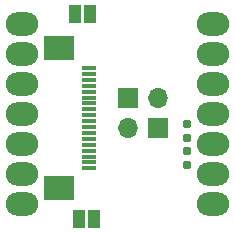
<source format=gbr>
%TF.GenerationSoftware,KiCad,Pcbnew,8.0.8-unknown-202501290020~8b811aa383~ubuntu22.04.1*%
%TF.CreationDate,2025-03-26T11:50:05+00:00*%
%TF.ProjectId,CONTROLLER_XIAO,434f4e54-524f-44c4-9c45-525f5849414f,rev?*%
%TF.SameCoordinates,Original*%
%TF.FileFunction,Soldermask,Top*%
%TF.FilePolarity,Negative*%
%FSLAX46Y46*%
G04 Gerber Fmt 4.6, Leading zero omitted, Abs format (unit mm)*
G04 Created by KiCad (PCBNEW 8.0.8-unknown-202501290020~8b811aa383~ubuntu22.04.1) date 2025-03-26 11:50:05*
%MOMM*%
%LPD*%
G01*
G04 APERTURE LIST*
G04 Aperture macros list*
%AMRoundRect*
0 Rectangle with rounded corners*
0 $1 Rounding radius*
0 $2 $3 $4 $5 $6 $7 $8 $9 X,Y pos of 4 corners*
0 Add a 4 corners polygon primitive as box body*
4,1,4,$2,$3,$4,$5,$6,$7,$8,$9,$2,$3,0*
0 Add four circle primitives for the rounded corners*
1,1,$1+$1,$2,$3*
1,1,$1+$1,$4,$5*
1,1,$1+$1,$6,$7*
1,1,$1+$1,$8,$9*
0 Add four rect primitives between the rounded corners*
20,1,$1+$1,$2,$3,$4,$5,0*
20,1,$1+$1,$4,$5,$6,$7,0*
20,1,$1+$1,$6,$7,$8,$9,0*
20,1,$1+$1,$8,$9,$2,$3,0*%
G04 Aperture macros list end*
%ADD10RoundRect,0.160000X-0.160000X0.197500X-0.160000X-0.197500X0.160000X-0.197500X0.160000X0.197500X0*%
%ADD11R,1.250000X0.300000*%
%ADD12R,2.500000X2.000000*%
%ADD13R,1.000000X1.500000*%
%ADD14R,1.700000X1.700000*%
%ADD15O,1.700000X1.700000*%
%ADD16RoundRect,1.000000X0.375000X0.000010X-0.375000X0.000010X-0.375000X-0.000010X0.375000X-0.000010X0*%
G04 APERTURE END LIST*
D10*
%TO.C,R1*%
X62500000Y-87402500D03*
X62500000Y-88597500D03*
%TD*%
%TO.C,R2*%
X62500000Y-85102500D03*
X62500000Y-86297500D03*
%TD*%
D11*
%TO.C,FPC1*%
X54190000Y-80350000D03*
X54190000Y-80850000D03*
X54190000Y-81350000D03*
X54190000Y-81850000D03*
X54190000Y-82350000D03*
X54190000Y-82850000D03*
X54190000Y-83350000D03*
X54190000Y-83850000D03*
X54190000Y-84350000D03*
X54190000Y-84850000D03*
X54190000Y-85350000D03*
X54190000Y-85850000D03*
X54190000Y-86350000D03*
X54190000Y-86850000D03*
X54190000Y-87350000D03*
X54190000Y-87850000D03*
X54190000Y-88350000D03*
X54190000Y-88850000D03*
D12*
X51610000Y-78660000D03*
X51650000Y-90540000D03*
%TD*%
D13*
%TO.C,JP1*%
X54599998Y-93100000D03*
X53300000Y-93100000D03*
%TD*%
D14*
%TO.C,J3*%
X57460000Y-82860000D03*
D15*
X57460000Y-85400000D03*
%TD*%
D14*
%TO.C,J1*%
X60000000Y-85400000D03*
D15*
X60000000Y-82860000D03*
%TD*%
D13*
%TO.C,JP2*%
X54299998Y-75800000D03*
X53000000Y-75800000D03*
%TD*%
D16*
%TO.C,U2*%
X64665000Y-76621750D03*
X64665000Y-79161750D03*
X64665000Y-81701750D03*
X64665000Y-84241750D03*
X64665000Y-86781750D03*
X64665000Y-89321750D03*
X64665000Y-91861750D03*
X48500000Y-91861750D03*
X48500000Y-89321750D03*
X48500000Y-86781750D03*
X48500000Y-84241750D03*
X48500000Y-81701750D03*
X48500000Y-79161750D03*
X48500000Y-76621750D03*
%TD*%
M02*

</source>
